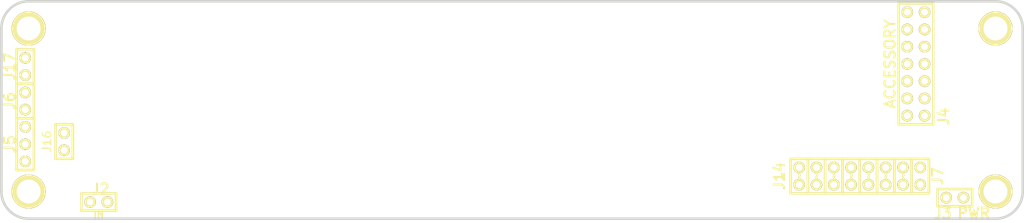
<source format=kicad_pcb>
(kicad_pcb (version 3) (host pcbnew "(2013-07-07 BZR 4022)-stable")

  (general
    (links 14)
    (no_connects 14)
    (area 92.586934 92.38996 257.413066 136.1684)
    (thickness 1.6)
    (drawings 8)
    (tracks 0)
    (zones 0)
    (modules 19)
    (nets 30)
  )

  (page A3)
  (layers
    (15 F.Cu signal)
    (0 B.Cu signal)
    (16 B.Adhes user)
    (17 F.Adhes user)
    (18 B.Paste user)
    (19 F.Paste user)
    (20 B.SilkS user)
    (21 F.SilkS user)
    (22 B.Mask user)
    (23 F.Mask user)
    (24 Dwgs.User user)
    (25 Cmts.User user)
    (26 Eco1.User user)
    (27 Eco2.User user)
    (28 Edge.Cuts user)
  )

  (setup
    (last_trace_width 0.254)
    (user_trace_width 0.254)
    (user_trace_width 0.5)
    (user_trace_width 1)
    (user_trace_width 2)
    (trace_clearance 0.254)
    (zone_clearance 0.508)
    (zone_45_only no)
    (trace_min 0.254)
    (segment_width 0.381)
    (edge_width 0.381)
    (via_size 0.889)
    (via_drill 0.635)
    (via_min_size 0.889)
    (via_min_drill 0.508)
    (uvia_size 0.508)
    (uvia_drill 0.127)
    (uvias_allowed no)
    (uvia_min_size 0.508)
    (uvia_min_drill 0.127)
    (pcb_text_width 0.3048)
    (pcb_text_size 1.524 2.032)
    (mod_edge_width 0.2)
    (mod_text_size 1.524 1.524)
    (mod_text_width 0.3048)
    (pad_size 1.4 1.4)
    (pad_drill 0.8)
    (pad_to_mask_clearance 0.254)
    (aux_axis_origin 100 100)
    (visible_elements 7FFFFFFF)
    (pcbplotparams
      (layerselection 3178497)
      (usegerberextensions true)
      (excludeedgelayer true)
      (linewidth 0.150000)
      (plotframeref false)
      (viasonmask false)
      (mode 1)
      (useauxorigin false)
      (hpglpennumber 1)
      (hpglpenspeed 20)
      (hpglpendiameter 15)
      (hpglpenoverlay 2)
      (psnegative false)
      (psa4output false)
      (plotreference true)
      (plotvalue true)
      (plotothertext true)
      (plotinvisibletext false)
      (padsonsilk false)
      (subtractmaskfromsilk false)
      (outputformat 1)
      (mirror false)
      (drillshape 1)
      (scaleselection 1)
      (outputdirectory ""))
  )

  (net 0 "")
  (net 1 GND)
  (net 2 N-0000016)
  (net 3 N-0000017)
  (net 4 N-0000020)
  (net 5 N-0000021)
  (net 6 N-0000022)
  (net 7 N-0000029)
  (net 8 N-0000034)
  (net 9 N-0000035)
  (net 10 N-0000036)
  (net 11 N-0000037)
  (net 12 N-0000038)
  (net 13 N-0000039)
  (net 14 N-0000040)
  (net 15 N-0000041)
  (net 16 N-0000042)
  (net 17 N-0000043)
  (net 18 N-0000044)
  (net 19 N-0000045)
  (net 20 N-0000049)
  (net 21 N-0000071)
  (net 22 N-0000072)
  (net 23 N-0000073)
  (net 24 N-0000074)
  (net 25 N-0000076)
  (net 26 N-0000077)
  (net 27 N-0000080)
  (net 28 VCC)
  (net 29 VDD)

  (net_class Default "This is the default net class."
    (clearance 0.254)
    (trace_width 0.254)
    (via_dia 0.889)
    (via_drill 0.635)
    (uvia_dia 0.508)
    (uvia_drill 0.127)
    (add_net "")
    (add_net GND)
    (add_net N-0000016)
    (add_net N-0000017)
    (add_net N-0000020)
    (add_net N-0000021)
    (add_net N-0000022)
    (add_net N-0000029)
    (add_net N-0000034)
    (add_net N-0000035)
    (add_net N-0000036)
    (add_net N-0000037)
    (add_net N-0000038)
    (add_net N-0000039)
    (add_net N-0000040)
    (add_net N-0000041)
    (add_net N-0000042)
    (add_net N-0000043)
    (add_net N-0000044)
    (add_net N-0000045)
    (add_net N-0000049)
    (add_net N-0000071)
    (add_net N-0000072)
    (add_net N-0000073)
    (add_net N-0000074)
    (add_net N-0000076)
    (add_net N-0000077)
    (add_net N-0000080)
    (add_net VCC)
    (add_net VDD)
  )

  (module MNT_HOLE_3.5S (layer F.Cu) (tedit 52D076A0) (tstamp 52D08584)
    (at 104 104)
    (fp_text reference MNT_HOLE_3.5S (at 0 -6.35) (layer F.SilkS) hide
      (effects (font (size 1.524 1.524) (thickness 0.3048)))
    )
    (fp_text value Val** (at 0 0) (layer F.SilkS) hide
      (effects (font (size 1.524 1.524) (thickness 0.3048)))
    )
    (pad "" thru_hole circle (at 0 0) (size 5 5) (drill 3.5)
      (layers *.Cu *.Mask F.SilkS)
    )
  )

  (module MNT_HOLE_3.5S (layer F.Cu) (tedit 52D077E1) (tstamp 52D0858D)
    (at 104 128)
    (fp_text reference MNT_HOLE_3.5S (at 0 7) (layer F.SilkS) hide
      (effects (font (size 1.524 1.524) (thickness 0.3048)))
    )
    (fp_text value Val** (at 0 0) (layer F.SilkS) hide
      (effects (font (size 1.524 1.524) (thickness 0.3048)))
    )
    (pad "" thru_hole circle (at 0 0) (size 5 5) (drill 3.5)
      (layers *.Cu *.Mask F.SilkS)
    )
  )

  (module MNT_HOLE_3.5S (layer F.Cu) (tedit 52D076A0) (tstamp 52D08596)
    (at 246 104)
    (fp_text reference MNT_HOLE_3.5S (at 0 -6.35) (layer F.SilkS) hide
      (effects (font (size 1.524 1.524) (thickness 0.3048)))
    )
    (fp_text value Val** (at 0 0) (layer F.SilkS) hide
      (effects (font (size 1.524 1.524) (thickness 0.3048)))
    )
    (pad "" thru_hole circle (at 0 0) (size 5 5) (drill 3.5)
      (layers *.Cu *.Mask F.SilkS)
    )
  )

  (module MNT_HOLE_3.5S (layer F.Cu) (tedit 52D2548F) (tstamp 52D0859F)
    (at 246 128)
    (fp_text reference MNT_HOLE_3.5S (at 0 7) (layer F.SilkS) hide
      (effects (font (size 1.524 1.524) (thickness 0.3048)))
    )
    (fp_text value Val** (at 0 0) (layer F.SilkS) hide
      (effects (font (size 1.524 1.524) (thickness 0.3048)))
    )
    (pad "" thru_hole circle (at 0 0) (size 5 5) (drill 3.5)
      (layers *.Cu *.Mask F.SilkS)
    )
  )

  (module HDR-7x2 (layer F.Cu) (tedit 52D466E1) (tstamp 52D0E2FC)
    (at 234.315 109.22 270)
    (path /52D0CF6F)
    (fp_text reference J4 (at 7.747 -4.064 270) (layer F.SilkS)
      (effects (font (size 1.524 1.524) (thickness 0.3048)))
    )
    (fp_text value ACCESSORY (at 0 3.81 270) (layer F.SilkS)
      (effects (font (size 1.524 1.524) (thickness 0.3048)))
    )
    (fp_line (start -8.89 -2.54) (end -8.89 2.54) (layer F.SilkS) (width 0.381))
    (fp_line (start -8.89 2.54) (end 8.89 2.54) (layer F.SilkS) (width 0.381))
    (fp_line (start 8.89 2.54) (end 8.89 -2.54) (layer F.SilkS) (width 0.381))
    (fp_line (start 8.89 -2.54) (end -8.89 -2.54) (layer F.SilkS) (width 0.381))
    (pad 1 thru_hole circle (at -7.62 1.27 270) (size 1.69926 1.69926) (drill 1.00076)
      (layers *.Cu *.Mask F.SilkS)
      (net 25 N-0000076)
    )
    (pad 2 thru_hole circle (at -7.62 -1.27 270) (size 1.69926 1.69926) (drill 1.00076)
      (layers *.Cu *.Mask F.SilkS)
      (net 23 N-0000073)
    )
    (pad 3 thru_hole circle (at -5.08 1.27 270) (size 1.69926 1.69926) (drill 1.00076)
      (layers *.Cu *.Mask F.SilkS)
      (net 26 N-0000077)
    )
    (pad 4 thru_hole circle (at -5.08 -1.27 270) (size 1.69926 1.69926) (drill 1.00076)
      (layers *.Cu *.Mask F.SilkS)
      (net 24 N-0000074)
    )
    (pad 5 thru_hole circle (at -2.54 1.27 270) (size 1.69926 1.69926) (drill 1.00076)
      (layers *.Cu *.Mask F.SilkS)
      (net 21 N-0000071)
    )
    (pad 6 thru_hole circle (at -2.54 -1.27 270) (size 1.69926 1.69926) (drill 1.00076)
      (layers *.Cu *.Mask F.SilkS)
      (net 18 N-0000044)
    )
    (pad 7 thru_hole circle (at 0 1.27 270) (size 1.69926 1.69926) (drill 1.00076)
      (layers *.Cu *.Mask F.SilkS)
      (net 22 N-0000072)
    )
    (pad 8 thru_hole circle (at 0 -1.27 270) (size 1.69926 1.69926) (drill 1.00076)
      (layers *.Cu *.Mask F.SilkS)
      (net 20 N-0000049)
    )
    (pad 9 thru_hole circle (at 2.54 1.27 270) (size 1.69926 1.69926) (drill 1.00076)
      (layers *.Cu *.Mask F.SilkS)
      (net 13 N-0000039)
    )
    (pad 10 thru_hole circle (at 2.54 -1.27 270) (size 1.69926 1.69926) (drill 1.00076)
      (layers *.Cu *.Mask F.SilkS)
      (net 4 N-0000020)
    )
    (pad 11 thru_hole circle (at 5.08 1.27 270) (size 1.69926 1.69926) (drill 1.00076)
      (layers *.Cu *.Mask F.SilkS)
      (net 3 N-0000017)
    )
    (pad 12 thru_hole circle (at 5.08 -1.27 270) (size 1.69926 1.69926) (drill 1.00076)
      (layers *.Cu *.Mask F.SilkS)
      (net 29 VDD)
    )
    (pad 13 thru_hole circle (at 7.62 1.27 270) (size 1.69926 1.69926) (drill 1.00076)
      (layers *.Cu *.Mask F.SilkS)
      (net 28 VCC)
    )
    (pad 14 thru_hole circle (at 7.62 -1.27 270) (size 1.69926 1.69926) (drill 1.00076)
      (layers *.Cu *.Mask F.SilkS)
      (net 1 GND)
    )
  )

  (module HDR-3 (layer F.Cu) (tedit 52D4BCF3) (tstamp 52D0874A)
    (at 103.505 121.031 270)
    (path /513AB82E)
    (fp_text reference J5 (at 0 2.286 270) (layer F.SilkS)
      (effects (font (size 1.524 1.524) (thickness 0.3048)))
    )
    (fp_text value "EXT CLK" (at 0 2.54 270) (layer F.SilkS) hide
      (effects (font (size 1.524 1.524) (thickness 0.3048)))
    )
    (fp_line (start -3.81 1.27) (end 3.81 1.27) (layer F.SilkS) (width 0.39878))
    (fp_line (start -3.81 -1.27) (end 3.81 -1.27) (layer F.SilkS) (width 0.39878))
    (fp_line (start 3.81 -1.27) (end 3.81 1.27) (layer F.SilkS) (width 0.39878))
    (fp_line (start -3.81 -1.27) (end -3.81 1.27) (layer F.SilkS) (width 0.381))
    (pad 1 thru_hole circle (at -2.54 0 270) (size 1.69926 1.69926) (drill 1.00076)
      (layers *.Cu *.Mask F.SilkS)
      (net 2 N-0000016)
    )
    (pad 2 thru_hole circle (at 0 0 270) (size 1.69926 1.69926) (drill 1.00076)
      (layers *.Cu *.Mask F.SilkS)
      (net 6 N-0000022)
    )
    (pad 3 thru_hole circle (at 2.54 0 270) (size 1.69926 1.69926) (drill 1.00076)
      (layers *.Cu *.Mask F.SilkS)
      (net 1 GND)
    )
  )

  (module HDR-2 (layer F.Cu) (tedit 51CBC256) (tstamp 52D08760)
    (at 234.95 125.73 270)
    (path /528FD292)
    (fp_text reference J7 (at 0 -2.54 270) (layer F.SilkS)
      (effects (font (size 1.524 1.524) (thickness 0.3048)))
    )
    (fp_text value ~ (at 0 2.54 270) (layer F.SilkS)
      (effects (font (size 1.524 1.524) (thickness 0.3048)))
    )
    (fp_line (start -2.54 1.27) (end 2.54 1.27) (layer F.SilkS) (width 0.39878))
    (fp_line (start -2.54 -1.27) (end 2.54 -1.27) (layer F.SilkS) (width 0.39878))
    (fp_line (start 2.54 -1.27) (end 2.54 1.27) (layer F.SilkS) (width 0.39878))
    (fp_line (start -2.54 -1.27) (end -2.54 1.27) (layer F.SilkS) (width 0.381))
    (pad 1 thru_hole circle (at -1.27 0 270) (size 1.69926 1.69926) (drill 1.00076)
      (layers *.Cu *.Mask F.SilkS)
      (net 9 N-0000035)
    )
    (pad 2 thru_hole circle (at 1.27 0 270) (size 1.69926 1.69926) (drill 1.00076)
      (layers *.Cu *.Mask F.SilkS)
      (net 19 N-0000045)
    )
  )

  (module HDR-2 (layer F.Cu) (tedit 52D46793) (tstamp 52D0876A)
    (at 240.03 128.905 180)
    (path /512E951A)
    (fp_text reference J3 (at 1.778 -2.286 180) (layer F.SilkS)
      (effects (font (size 1.524 1.524) (thickness 0.3048)))
    )
    (fp_text value PWR (at -2.794 -2.286 180) (layer F.SilkS)
      (effects (font (size 1.524 1.524) (thickness 0.3048)))
    )
    (fp_line (start -2.54 1.27) (end 2.54 1.27) (layer F.SilkS) (width 0.39878))
    (fp_line (start -2.54 -1.27) (end 2.54 -1.27) (layer F.SilkS) (width 0.39878))
    (fp_line (start 2.54 -1.27) (end 2.54 1.27) (layer F.SilkS) (width 0.39878))
    (fp_line (start -2.54 -1.27) (end -2.54 1.27) (layer F.SilkS) (width 0.381))
    (pad 1 thru_hole circle (at -1.27 0 180) (size 1.69926 1.69926) (drill 1.00076)
      (layers *.Cu *.Mask F.SilkS)
      (net 28 VCC)
    )
    (pad 2 thru_hole circle (at 1.27 0 180) (size 1.69926 1.69926) (drill 1.00076)
      (layers *.Cu *.Mask F.SilkS)
      (net 1 GND)
    )
  )

  (module HDR-2 (layer F.Cu) (tedit 52D4BCBB) (tstamp 52D08774)
    (at 114.3 129.54)
    (path /512D1ED3)
    (fp_text reference J2 (at 0.254 -1.905) (layer F.SilkS)
      (effects (font (size 1.524 1.524) (thickness 0.3048)))
    )
    (fp_text value IN (at 0 1.778) (layer F.SilkS)
      (effects (font (size 1 1) (thickness 0.2)))
    )
    (fp_line (start -2.54 1.27) (end 2.54 1.27) (layer F.SilkS) (width 0.39878))
    (fp_line (start -2.54 -1.27) (end 2.54 -1.27) (layer F.SilkS) (width 0.39878))
    (fp_line (start 2.54 -1.27) (end 2.54 1.27) (layer F.SilkS) (width 0.39878))
    (fp_line (start -2.54 -1.27) (end -2.54 1.27) (layer F.SilkS) (width 0.381))
    (pad 1 thru_hole circle (at -1.27 0) (size 1.69926 1.69926) (drill 1.00076)
      (layers *.Cu *.Mask F.SilkS)
      (net 27 N-0000080)
    )
    (pad 2 thru_hole circle (at 1.27 0) (size 1.69926 1.69926) (drill 1.00076)
      (layers *.Cu *.Mask F.SilkS)
      (net 1 GND)
    )
  )

  (module HDR-2 (layer F.Cu) (tedit 52D46753) (tstamp 52D0877E)
    (at 232.41 125.73 270)
    (path /528FD2A1)
    (fp_text reference J8 (at 0 -2.54 270) (layer F.SilkS) hide
      (effects (font (size 1.524 1.524) (thickness 0.3048)))
    )
    (fp_text value ~ (at 0 2.54 270) (layer F.SilkS)
      (effects (font (size 1.524 1.524) (thickness 0.3048)))
    )
    (fp_line (start -2.54 1.27) (end 2.54 1.27) (layer F.SilkS) (width 0.39878))
    (fp_line (start -2.54 -1.27) (end 2.54 -1.27) (layer F.SilkS) (width 0.39878))
    (fp_line (start 2.54 -1.27) (end 2.54 1.27) (layer F.SilkS) (width 0.39878))
    (fp_line (start -2.54 -1.27) (end -2.54 1.27) (layer F.SilkS) (width 0.381))
    (pad 1 thru_hole circle (at -1.27 0 270) (size 1.69926 1.69926) (drill 1.00076)
      (layers *.Cu *.Mask F.SilkS)
      (net 10 N-0000036)
    )
    (pad 2 thru_hole circle (at 1.27 0 270) (size 1.69926 1.69926) (drill 1.00076)
      (layers *.Cu *.Mask F.SilkS)
      (net 19 N-0000045)
    )
  )

  (module HDR-2 (layer F.Cu) (tedit 52D46749) (tstamp 52D08788)
    (at 229.87 125.73 270)
    (path /528FD2B0)
    (fp_text reference J9 (at 0 -2.54 270) (layer F.SilkS) hide
      (effects (font (size 1.524 1.524) (thickness 0.3048)))
    )
    (fp_text value ~ (at 0 2.54 270) (layer F.SilkS)
      (effects (font (size 1.524 1.524) (thickness 0.3048)))
    )
    (fp_line (start -2.54 1.27) (end 2.54 1.27) (layer F.SilkS) (width 0.39878))
    (fp_line (start -2.54 -1.27) (end 2.54 -1.27) (layer F.SilkS) (width 0.39878))
    (fp_line (start 2.54 -1.27) (end 2.54 1.27) (layer F.SilkS) (width 0.39878))
    (fp_line (start -2.54 -1.27) (end -2.54 1.27) (layer F.SilkS) (width 0.381))
    (pad 1 thru_hole circle (at -1.27 0 270) (size 1.69926 1.69926) (drill 1.00076)
      (layers *.Cu *.Mask F.SilkS)
      (net 11 N-0000037)
    )
    (pad 2 thru_hole circle (at 1.27 0 270) (size 1.69926 1.69926) (drill 1.00076)
      (layers *.Cu *.Mask F.SilkS)
      (net 19 N-0000045)
    )
  )

  (module HDR-2 (layer F.Cu) (tedit 52D4BD1F) (tstamp 52D08792)
    (at 103.505 114.681 90)
    (path /529D6481)
    (fp_text reference J6 (at 0 -2.286 90) (layer F.SilkS)
      (effects (font (size 1.524 1.524) (thickness 0.3048)))
    )
    (fp_text value "HF SRC" (at 0 2.54 90) (layer F.SilkS) hide
      (effects (font (size 1.524 1.524) (thickness 0.3048)))
    )
    (fp_line (start -2.54 1.27) (end 2.54 1.27) (layer F.SilkS) (width 0.39878))
    (fp_line (start -2.54 -1.27) (end 2.54 -1.27) (layer F.SilkS) (width 0.39878))
    (fp_line (start 2.54 -1.27) (end 2.54 1.27) (layer F.SilkS) (width 0.39878))
    (fp_line (start -2.54 -1.27) (end -2.54 1.27) (layer F.SilkS) (width 0.381))
    (pad 1 thru_hole circle (at -1.27 0 90) (size 1.69926 1.69926) (drill 1.00076)
      (layers *.Cu *.Mask F.SilkS)
      (net 5 N-0000021)
    )
    (pad 2 thru_hole circle (at 1.27 0 90) (size 1.69926 1.69926) (drill 1.00076)
      (layers *.Cu *.Mask F.SilkS)
      (net 6 N-0000022)
    )
  )

  (module HDR-2 (layer F.Cu) (tedit 52D4670B) (tstamp 52D0879C)
    (at 217.17 125.73 270)
    (path /528FD2FB)
    (fp_text reference J14 (at 0 2.921 270) (layer F.SilkS)
      (effects (font (size 1.524 1.524) (thickness 0.3048)))
    )
    (fp_text value ~ (at 0 2.54 270) (layer F.SilkS)
      (effects (font (size 1.524 1.524) (thickness 0.3048)))
    )
    (fp_line (start -2.54 1.27) (end 2.54 1.27) (layer F.SilkS) (width 0.39878))
    (fp_line (start -2.54 -1.27) (end 2.54 -1.27) (layer F.SilkS) (width 0.39878))
    (fp_line (start 2.54 -1.27) (end 2.54 1.27) (layer F.SilkS) (width 0.39878))
    (fp_line (start -2.54 -1.27) (end -2.54 1.27) (layer F.SilkS) (width 0.381))
    (pad 1 thru_hole circle (at -1.27 0 270) (size 1.69926 1.69926) (drill 1.00076)
      (layers *.Cu *.Mask F.SilkS)
      (net 15 N-0000041)
    )
    (pad 2 thru_hole circle (at 1.27 0 270) (size 1.69926 1.69926) (drill 1.00076)
      (layers *.Cu *.Mask F.SilkS)
      (net 19 N-0000045)
    )
  )

  (module HDR-2 (layer F.Cu) (tedit 52D46718) (tstamp 52D087A6)
    (at 219.71 125.73 270)
    (path /528FD2EC)
    (fp_text reference J13 (at 0 -2.54 270) (layer F.SilkS) hide
      (effects (font (size 1.524 1.524) (thickness 0.3048)))
    )
    (fp_text value ~ (at 0 2.54 270) (layer F.SilkS)
      (effects (font (size 1.524 1.524) (thickness 0.3048)))
    )
    (fp_line (start -2.54 1.27) (end 2.54 1.27) (layer F.SilkS) (width 0.39878))
    (fp_line (start -2.54 -1.27) (end 2.54 -1.27) (layer F.SilkS) (width 0.39878))
    (fp_line (start 2.54 -1.27) (end 2.54 1.27) (layer F.SilkS) (width 0.39878))
    (fp_line (start -2.54 -1.27) (end -2.54 1.27) (layer F.SilkS) (width 0.381))
    (pad 1 thru_hole circle (at -1.27 0 270) (size 1.69926 1.69926) (drill 1.00076)
      (layers *.Cu *.Mask F.SilkS)
      (net 16 N-0000042)
    )
    (pad 2 thru_hole circle (at 1.27 0 270) (size 1.69926 1.69926) (drill 1.00076)
      (layers *.Cu *.Mask F.SilkS)
      (net 19 N-0000045)
    )
  )

  (module HDR-2 (layer F.Cu) (tedit 52D46727) (tstamp 52D087B0)
    (at 222.25 125.73 270)
    (path /528FD2DD)
    (fp_text reference J12 (at 0 -2.54 270) (layer F.SilkS) hide
      (effects (font (size 1.524 1.524) (thickness 0.3048)))
    )
    (fp_text value ~ (at 0 2.54 270) (layer F.SilkS)
      (effects (font (size 1.524 1.524) (thickness 0.3048)))
    )
    (fp_line (start -2.54 1.27) (end 2.54 1.27) (layer F.SilkS) (width 0.39878))
    (fp_line (start -2.54 -1.27) (end 2.54 -1.27) (layer F.SilkS) (width 0.39878))
    (fp_line (start 2.54 -1.27) (end 2.54 1.27) (layer F.SilkS) (width 0.39878))
    (fp_line (start -2.54 -1.27) (end -2.54 1.27) (layer F.SilkS) (width 0.381))
    (pad 1 thru_hole circle (at -1.27 0 270) (size 1.69926 1.69926) (drill 1.00076)
      (layers *.Cu *.Mask F.SilkS)
      (net 17 N-0000043)
    )
    (pad 2 thru_hole circle (at 1.27 0 270) (size 1.69926 1.69926) (drill 1.00076)
      (layers *.Cu *.Mask F.SilkS)
      (net 19 N-0000045)
    )
  )

  (module HDR-2 (layer F.Cu) (tedit 52D4673F) (tstamp 52D087BA)
    (at 227.33 125.73 270)
    (path /528FD2BF)
    (fp_text reference J10 (at 0 -2.54 270) (layer F.SilkS) hide
      (effects (font (size 1.524 1.524) (thickness 0.3048)))
    )
    (fp_text value ~ (at 0 2.54 270) (layer F.SilkS)
      (effects (font (size 1.524 1.524) (thickness 0.3048)))
    )
    (fp_line (start -2.54 1.27) (end 2.54 1.27) (layer F.SilkS) (width 0.39878))
    (fp_line (start -2.54 -1.27) (end 2.54 -1.27) (layer F.SilkS) (width 0.39878))
    (fp_line (start 2.54 -1.27) (end 2.54 1.27) (layer F.SilkS) (width 0.39878))
    (fp_line (start -2.54 -1.27) (end -2.54 1.27) (layer F.SilkS) (width 0.381))
    (pad 1 thru_hole circle (at -1.27 0 270) (size 1.69926 1.69926) (drill 1.00076)
      (layers *.Cu *.Mask F.SilkS)
      (net 7 N-0000029)
    )
    (pad 2 thru_hole circle (at 1.27 0 270) (size 1.69926 1.69926) (drill 1.00076)
      (layers *.Cu *.Mask F.SilkS)
      (net 19 N-0000045)
    )
  )

  (module HDR-2 (layer F.Cu) (tedit 52D46732) (tstamp 52D087C4)
    (at 224.79 125.73 270)
    (path /528FD2CE)
    (fp_text reference J11 (at 0 -2.54 270) (layer F.SilkS) hide
      (effects (font (size 1.524 1.524) (thickness 0.3048)))
    )
    (fp_text value ~ (at 0 2.54 270) (layer F.SilkS)
      (effects (font (size 1.524 1.524) (thickness 0.3048)))
    )
    (fp_line (start -2.54 1.27) (end 2.54 1.27) (layer F.SilkS) (width 0.39878))
    (fp_line (start -2.54 -1.27) (end 2.54 -1.27) (layer F.SilkS) (width 0.39878))
    (fp_line (start 2.54 -1.27) (end 2.54 1.27) (layer F.SilkS) (width 0.39878))
    (fp_line (start -2.54 -1.27) (end -2.54 1.27) (layer F.SilkS) (width 0.381))
    (pad 1 thru_hole circle (at -1.27 0 270) (size 1.69926 1.69926) (drill 1.00076)
      (layers *.Cu *.Mask F.SilkS)
      (net 8 N-0000034)
    )
    (pad 2 thru_hole circle (at 1.27 0 270) (size 1.69926 1.69926) (drill 1.00076)
      (layers *.Cu *.Mask F.SilkS)
      (net 19 N-0000045)
    )
  )

  (module HDR-2 (layer F.Cu) (tedit 52DDF6C5) (tstamp 52D4B715)
    (at 109.22 120.65 90)
    (path /52D4B72B)
    (fp_text reference J16 (at 0 -2.54 90) (layer F.SilkS)
      (effects (font (size 1.2 1.2) (thickness 0.2)))
    )
    (fp_text value EN_PR (at 0 2.54 90) (layer F.SilkS) hide
      (effects (font (size 1.524 1.524) (thickness 0.3048)))
    )
    (fp_line (start -2.54 1.27) (end 2.54 1.27) (layer F.SilkS) (width 0.39878))
    (fp_line (start -2.54 -1.27) (end 2.54 -1.27) (layer F.SilkS) (width 0.39878))
    (fp_line (start 2.54 -1.27) (end 2.54 1.27) (layer F.SilkS) (width 0.39878))
    (fp_line (start -2.54 -1.27) (end -2.54 1.27) (layer F.SilkS) (width 0.381))
    (pad 1 thru_hole circle (at -1.27 0 90) (size 1.69926 1.69926) (drill 1.00076)
      (layers *.Cu *.Mask F.SilkS)
      (net 14 N-0000040)
    )
    (pad 2 thru_hole circle (at 1.27 0 90) (size 1.69926 1.69926) (drill 1.00076)
      (layers *.Cu *.Mask F.SilkS)
      (net 12 N-0000038)
    )
  )

  (module HDR-2 (layer F.Cu) (tedit 52D4BD14) (tstamp 52D4B71F)
    (at 103.505 109.601 270)
    (path /52D4BA74)
    (fp_text reference J17 (at 0 2.286 270) (layer F.SilkS)
      (effects (font (size 1.524 1.524) (thickness 0.3048)))
    )
    (fp_text value IN_DIG (at 0 2.54 270) (layer F.SilkS) hide
      (effects (font (size 1.524 1.524) (thickness 0.3048)))
    )
    (fp_line (start -2.54 1.27) (end 2.54 1.27) (layer F.SilkS) (width 0.39878))
    (fp_line (start -2.54 -1.27) (end 2.54 -1.27) (layer F.SilkS) (width 0.39878))
    (fp_line (start 2.54 -1.27) (end 2.54 1.27) (layer F.SilkS) (width 0.39878))
    (fp_line (start -2.54 -1.27) (end -2.54 1.27) (layer F.SilkS) (width 0.381))
    (pad 1 thru_hole circle (at -1.27 0 270) (size 1.69926 1.69926) (drill 1.00076)
      (layers *.Cu *.Mask F.SilkS)
      (net 12 N-0000038)
    )
    (pad 2 thru_hole circle (at 1.27 0 270) (size 1.69926 1.69926) (drill 1.00076)
      (layers *.Cu *.Mask F.SilkS)
      (net 1 GND)
    )
  )

  (gr_arc (start 104 104) (end 100 104) (angle 90) (layer Edge.Cuts) (width 0.381))
  (gr_arc (start 104 128) (end 104 132) (angle 90) (layer Edge.Cuts) (width 0.381))
  (gr_arc (start 246 104) (end 246 100) (angle 90) (layer Edge.Cuts) (width 0.381))
  (gr_arc (start 246 128) (end 250 128) (angle 90) (layer Edge.Cuts) (width 0.381))
  (gr_line (start 246 132) (end 104 132) (angle 90) (layer Edge.Cuts) (width 0.381))
  (gr_line (start 250 104) (end 250 128) (angle 90) (layer Edge.Cuts) (width 0.381))
  (gr_line (start 104 100) (end 246 100) (angle 90) (layer Edge.Cuts) (width 0.381))
  (gr_line (start 100 104) (end 100 128) (angle 90) (layer Edge.Cuts) (width 0.381))

)

</source>
